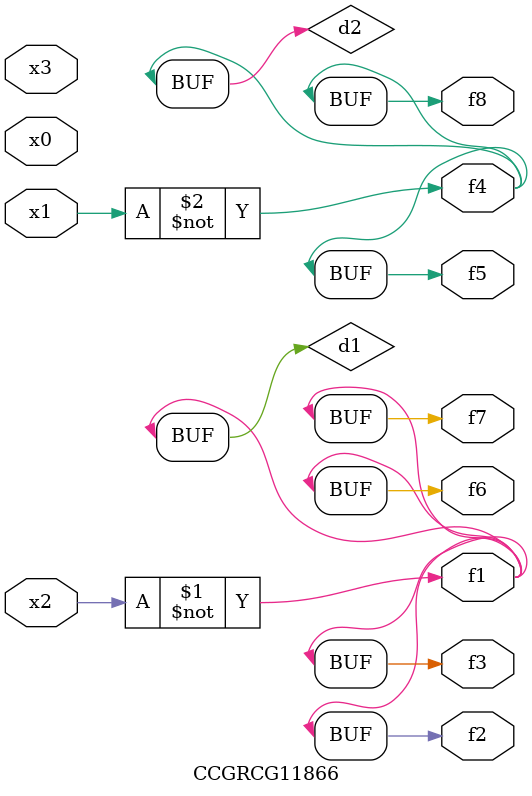
<source format=v>
module CCGRCG11866(
	input x0, x1, x2, x3,
	output f1, f2, f3, f4, f5, f6, f7, f8
);

	wire d1, d2;

	xnor (d1, x2);
	not (d2, x1);
	assign f1 = d1;
	assign f2 = d1;
	assign f3 = d1;
	assign f4 = d2;
	assign f5 = d2;
	assign f6 = d1;
	assign f7 = d1;
	assign f8 = d2;
endmodule

</source>
